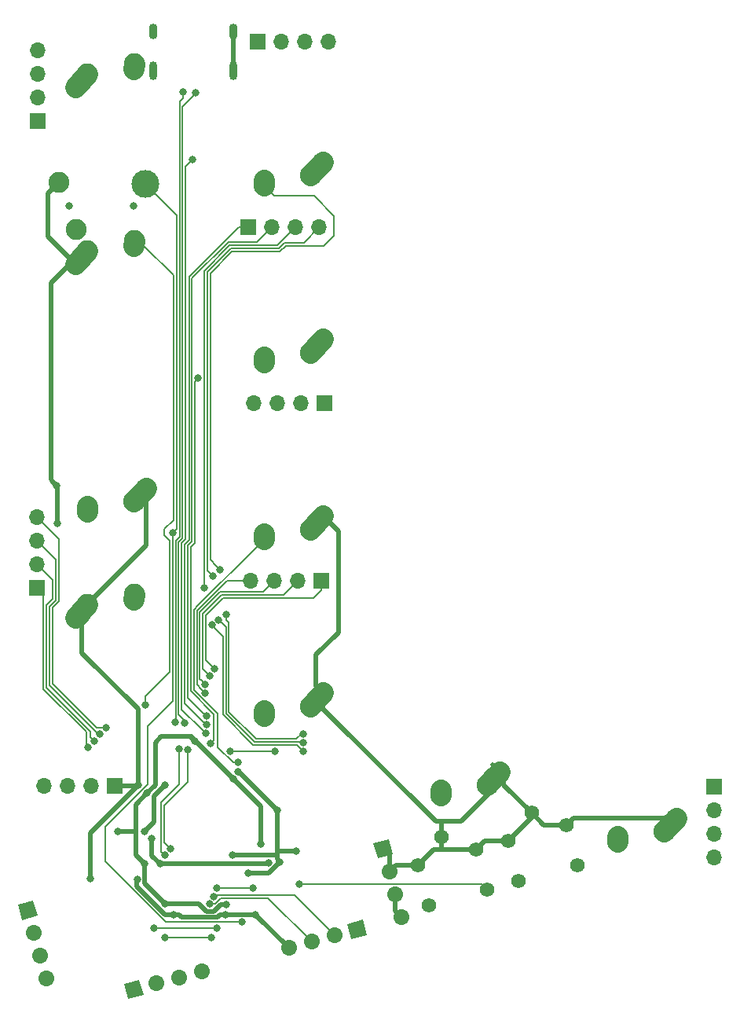
<source format=gbr>
G04 #@! TF.GenerationSoftware,KiCad,Pcbnew,(5.1.4)-1*
G04 #@! TF.CreationDate,2023-06-13T20:26:26-04:00*
G04 #@! TF.ProjectId,ThumbsUp,5468756d-6273-4557-902e-6b696361645f,rev?*
G04 #@! TF.SameCoordinates,Original*
G04 #@! TF.FileFunction,Copper,L1,Top*
G04 #@! TF.FilePolarity,Positive*
%FSLAX46Y46*%
G04 Gerber Fmt 4.6, Leading zero omitted, Abs format (unit mm)*
G04 Created by KiCad (PCBNEW (5.1.4)-1) date 2023-06-13 20:26:26*
%MOMM*%
%LPD*%
G04 APERTURE LIST*
%ADD10C,1.575000*%
%ADD11C,2.250000*%
%ADD12C,2.250000*%
%ADD13O,1.700000X1.700000*%
%ADD14R,1.700000X1.700000*%
%ADD15O,0.900000X1.700000*%
%ADD16O,0.900000X2.000000*%
%ADD17C,1.700000*%
%ADD18C,1.700000*%
%ADD19C,0.100000*%
%ADD20C,0.800000*%
%ADD21C,3.000000*%
%ADD22C,0.500000*%
%ADD23C,0.200000*%
G04 APERTURE END LIST*
D10*
X208727730Y-453955373D03*
X212451651Y-455281047D03*
X213623921Y-459625674D03*
X206176079Y-456974326D03*
X207348349Y-461318953D03*
D11*
X160862026Y-374300000D03*
X160207027Y-375030000D03*
D12*
X159552026Y-375760000D02*
X160862028Y-374300000D01*
D11*
X165902026Y-373220000D03*
X165882026Y-373510000D03*
D12*
X165862026Y-373800000D02*
X165902026Y-373220000D01*
D13*
X186830000Y-370860000D03*
X184290000Y-370860000D03*
X181750000Y-370860000D03*
D14*
X179210000Y-370860000D03*
D11*
X184912025Y-423410322D03*
X185567024Y-422680322D03*
D12*
X186222025Y-421950322D02*
X184912023Y-423410322D01*
D11*
X179872025Y-424490322D03*
X179892025Y-424200322D03*
D12*
X179912025Y-423910322D02*
X179872025Y-424490322D01*
D10*
X199027730Y-456555373D03*
X202751651Y-457881047D03*
X203923921Y-462225674D03*
X196476079Y-459574326D03*
X197648349Y-463918953D03*
D15*
X176595000Y-369810000D03*
X167955000Y-369810000D03*
D16*
X176595000Y-373980000D03*
X167955000Y-373980000D03*
D11*
X184912025Y-385300000D03*
X185567024Y-384570000D03*
D12*
X186222025Y-383840000D02*
X184912023Y-385300000D01*
D11*
X179872025Y-386380000D03*
X179892025Y-386090000D03*
D12*
X179912025Y-385800000D02*
X179872025Y-386380000D01*
D11*
X223012025Y-455960322D03*
X223667024Y-455230322D03*
D12*
X224322025Y-454500322D02*
X223012023Y-455960322D01*
D11*
X217972025Y-457040322D03*
X217992025Y-456750322D03*
D12*
X218012025Y-456460322D02*
X217972025Y-457040322D01*
D11*
X203962025Y-450960323D03*
X204617024Y-450230323D03*
D12*
X205272025Y-449500323D02*
X203962023Y-450960323D01*
D11*
X198922025Y-452040323D03*
X198942025Y-451750323D03*
D12*
X198962025Y-451460323D02*
X198922025Y-452040323D01*
D11*
X184912025Y-442460322D03*
X185567024Y-441730322D03*
D12*
X186222025Y-441000322D02*
X184912023Y-442460322D01*
D11*
X179872025Y-443540322D03*
X179892025Y-443250322D03*
D12*
X179912025Y-442960322D02*
X179872025Y-443540322D01*
D11*
X179892025Y-405150323D03*
D12*
X179912025Y-404860323D02*
X179872025Y-405440323D01*
D11*
X179872025Y-405440323D03*
X185567024Y-403630323D03*
D12*
X186222025Y-402900323D02*
X184912023Y-404360323D01*
D11*
X184912025Y-404360323D03*
X160862025Y-431460322D03*
X160207026Y-432190322D03*
D12*
X159552025Y-432920322D02*
X160862027Y-431460322D01*
D11*
X165902025Y-430380322D03*
X165882025Y-430670322D03*
D12*
X165862025Y-430960322D02*
X165902025Y-430380322D01*
D11*
X165862025Y-420410323D03*
X166517024Y-419680323D03*
D12*
X167172025Y-418950323D02*
X165862023Y-420410323D01*
D11*
X160822025Y-421490323D03*
X160842025Y-421200323D03*
D12*
X160862025Y-420910323D02*
X160822025Y-421490323D01*
D11*
X165882026Y-392570322D03*
D12*
X165862026Y-392860322D02*
X165902026Y-392280322D01*
D11*
X165902026Y-392280322D03*
X160207027Y-394090322D03*
D12*
X159552026Y-394820322D02*
X160862028Y-393360322D01*
D11*
X160862026Y-393360322D03*
D17*
X182551669Y-468482524D03*
D18*
X182551669Y-468482524D02*
X182551669Y-468482524D01*
D17*
X185005121Y-467825124D03*
D18*
X185005121Y-467825124D02*
X185005121Y-467825124D01*
D17*
X187458572Y-467167723D03*
D18*
X187458572Y-467167723D02*
X187458572Y-467167723D01*
D17*
X189912024Y-466510323D03*
D19*
G36*
X188870991Y-465909282D02*
G01*
X190513065Y-465469290D01*
X190953057Y-467111364D01*
X189310983Y-467551356D01*
X188870991Y-465909282D01*
X188870991Y-465909282D01*
G37*
D13*
X178436722Y-428957847D03*
X180976722Y-428957847D03*
X183516722Y-428957847D03*
D14*
X186056722Y-428957847D03*
D17*
X156391130Y-471814978D03*
D18*
X156391130Y-471814978D02*
X156391130Y-471814978D01*
D17*
X155733730Y-469361526D03*
D18*
X155733730Y-469361526D02*
X155733730Y-469361526D01*
D17*
X155076329Y-466908075D03*
D18*
X155076329Y-466908075D02*
X155076329Y-466908075D01*
D17*
X154418929Y-464454623D03*
D19*
G36*
X153817888Y-465495656D02*
G01*
X153377896Y-463853582D01*
X155019970Y-463413590D01*
X155459962Y-465055664D01*
X153817888Y-465495656D01*
X153817888Y-465495656D01*
G37*
D13*
X228412025Y-458730322D03*
X228412025Y-456190322D03*
X228412025Y-453650322D03*
D14*
X228412025Y-451110322D03*
D13*
X155412019Y-422110280D03*
X155412019Y-424650280D03*
X155412019Y-427190280D03*
D14*
X155412019Y-429730280D03*
D13*
X178739012Y-409842011D03*
X181279012Y-409842011D03*
X183819012Y-409842011D03*
D14*
X186359012Y-409842011D03*
D13*
X155458726Y-371760794D03*
X155458726Y-374300794D03*
X155458726Y-376840794D03*
D14*
X155458726Y-379380794D03*
D13*
X156195921Y-451084972D03*
X158735921Y-451084972D03*
X161275921Y-451084972D03*
D14*
X163815921Y-451084972D03*
D17*
X194698626Y-465168258D03*
D18*
X194698626Y-465168258D02*
X194698626Y-465168258D01*
D17*
X194041226Y-462714806D03*
D18*
X194041226Y-462714806D02*
X194041226Y-462714806D01*
D17*
X193383825Y-460261355D03*
D18*
X193383825Y-460261355D02*
X193383825Y-460261355D01*
D17*
X192726425Y-457807903D03*
D19*
G36*
X192125384Y-458848936D02*
G01*
X191685392Y-457206862D01*
X193327466Y-456766870D01*
X193767458Y-458408944D01*
X192125384Y-458848936D01*
X192125384Y-458848936D01*
G37*
D20*
X165850000Y-388575000D03*
X158850000Y-388575000D03*
D11*
X159650000Y-391100000D03*
D21*
X167050000Y-386175000D03*
D11*
X157750000Y-386050000D03*
D13*
X185832025Y-390860322D03*
X183292025Y-390860322D03*
X180752025Y-390860322D03*
D14*
X178212025Y-390860322D03*
D17*
X173212025Y-471010322D03*
D18*
X173212025Y-471010322D02*
X173212025Y-471010322D01*
D17*
X170758573Y-471667722D03*
D18*
X170758573Y-471667722D02*
X170758573Y-471667722D01*
D17*
X168305122Y-472325123D03*
D18*
X168305122Y-472325123D02*
X168305122Y-472325123D01*
D17*
X165851670Y-472982523D03*
D19*
G36*
X164810637Y-472381482D02*
G01*
X166452711Y-471941490D01*
X166892703Y-473583564D01*
X165250629Y-474023556D01*
X164810637Y-472381482D01*
X164810637Y-472381482D01*
G37*
D20*
X168674981Y-459425019D03*
X167792990Y-456752990D03*
X180411146Y-459317264D03*
X174047144Y-463784900D03*
X174450000Y-462950000D03*
X169800213Y-457838858D03*
X171671824Y-447147929D03*
X169182472Y-458530050D03*
X170750000Y-447050000D03*
X171325000Y-444250000D03*
X172525000Y-376350000D03*
X170275000Y-444150000D03*
X171125000Y-376325002D03*
X161160000Y-461050000D03*
X178225000Y-460450000D03*
X157600000Y-422799994D03*
X157524999Y-418674999D03*
X166325000Y-450975000D03*
X181584199Y-459261643D03*
X177072383Y-449550800D03*
X181283820Y-453678953D03*
X183325000Y-458050000D03*
X169200000Y-451000000D03*
X167000000Y-455975990D03*
X170150000Y-464900000D03*
X166223005Y-461126995D03*
X178969145Y-464900000D03*
X176477000Y-458523000D03*
X175729995Y-464899995D03*
X170043126Y-423774993D03*
X177504000Y-465700000D03*
X160900000Y-446900000D03*
X174200000Y-467400000D03*
X169250000Y-467400000D03*
X161591611Y-446182728D03*
X162167727Y-445456476D03*
X162829392Y-444807206D03*
X173530377Y-441025984D03*
X173563055Y-440099549D03*
X174020492Y-439172764D03*
X174558538Y-438417875D03*
X167100000Y-442300000D03*
X174100000Y-446500000D03*
X172798968Y-407100000D03*
X177124994Y-448550000D03*
X181041067Y-447294144D03*
X176255856Y-447294144D03*
X167282347Y-451832345D03*
X172443578Y-446206420D03*
X176561463Y-450324306D03*
X169200000Y-463750000D03*
X167000006Y-459450000D03*
X164100000Y-456000004D03*
X175805871Y-463818898D03*
X179518356Y-457318356D03*
X183725000Y-461600000D03*
X173662334Y-444463506D03*
X173672990Y-443536556D03*
X184129840Y-447326532D03*
X174251142Y-433725012D03*
X173420980Y-429750000D03*
X174971795Y-433141909D03*
X184099996Y-446400000D03*
X174350000Y-428430000D03*
X173571828Y-445386090D03*
X172175000Y-383600000D03*
X174827000Y-462075000D03*
X175800000Y-432600000D03*
X178725000Y-462075000D03*
X175140000Y-427740000D03*
X184100000Y-445472999D03*
X168050000Y-466350000D03*
X174829010Y-466350000D03*
D22*
X168674981Y-459425019D02*
X180303391Y-459425019D01*
X167792990Y-456752990D02*
X167792990Y-458543028D01*
X167792990Y-458543028D02*
X168674981Y-459425019D01*
X180303391Y-459425019D02*
X180411146Y-459317264D01*
D23*
X175224258Y-463152011D02*
X174591369Y-463784900D01*
X174591369Y-463784900D02*
X174047144Y-463784900D01*
X180332008Y-463152011D02*
X175224258Y-463152011D01*
X185005121Y-467825124D02*
X180332008Y-463152011D01*
X182749038Y-462852002D02*
X182722036Y-462825000D01*
X183142851Y-462852002D02*
X182749038Y-462852002D01*
X187458572Y-467167723D02*
X183142851Y-462852002D01*
X182722036Y-462825000D02*
X174575000Y-462825000D01*
X174575000Y-462825000D02*
X174450000Y-462950000D01*
X171671824Y-450653176D02*
X171671824Y-447147929D01*
X169800213Y-457838858D02*
X169125000Y-457163645D01*
X169125000Y-457163645D02*
X169125000Y-453200000D01*
X169125000Y-453200000D02*
X171671824Y-450653176D01*
X170750000Y-450900000D02*
X170750000Y-447050000D01*
X168782473Y-452867527D02*
X170750000Y-450900000D01*
X169182472Y-458530050D02*
X168782473Y-458130051D01*
X168782473Y-458130051D02*
X168782473Y-452867527D01*
X171104022Y-424346131D02*
X171104022Y-377916978D01*
X170681033Y-443350033D02*
X170681033Y-424769115D01*
X171104022Y-377916978D02*
X172525000Y-376496000D01*
X172525000Y-376496000D02*
X172525000Y-376350000D01*
X171325000Y-444250000D02*
X171325000Y-443994000D01*
X170681033Y-424769115D02*
X171104022Y-424346131D01*
X171325000Y-443994000D02*
X170681033Y-443350033D01*
X170354022Y-444070978D02*
X170354022Y-424904566D01*
X170777011Y-424210678D02*
X170777011Y-377307989D01*
X170354022Y-424904566D02*
X170354024Y-424633660D01*
X171125000Y-376890687D02*
X171125000Y-376325002D01*
X170354024Y-424633660D02*
X170777011Y-424210678D01*
X170777011Y-377307989D02*
X171125000Y-376960000D01*
X171125000Y-376960000D02*
X171125000Y-376890687D01*
X170275000Y-444150000D02*
X170354022Y-444070978D01*
D22*
X167172025Y-425150322D02*
X159552025Y-432770322D01*
X159552025Y-432770322D02*
X159552025Y-432920322D01*
X167172025Y-418950323D02*
X167172025Y-425150322D01*
X166300000Y-450950000D02*
X166300000Y-442730000D01*
X156625001Y-387174999D02*
X156625001Y-391893297D01*
X194041226Y-462714806D02*
X194041226Y-464510858D01*
X193383825Y-460261355D02*
X193383825Y-458465303D01*
X166325000Y-450975000D02*
X161160000Y-456140000D01*
X161160000Y-460484315D02*
X161160000Y-461050000D01*
X161160000Y-456140000D02*
X161160000Y-460484315D01*
X166300000Y-442730000D02*
X160270000Y-436700000D01*
X160270000Y-433643337D02*
X160862025Y-433051312D01*
X160862025Y-433051312D02*
X160862025Y-431460322D01*
X156625001Y-391893297D02*
X159552026Y-394820322D01*
X194070854Y-459574326D02*
X193383825Y-460261355D01*
X198878953Y-457881047D02*
X198169358Y-457881047D01*
X166325000Y-450975000D02*
X166300000Y-450950000D01*
X193383825Y-458465303D02*
X192726425Y-457807903D01*
X157750000Y-386050000D02*
X156625001Y-387174999D01*
X176595000Y-373980000D02*
X176595000Y-369810000D01*
X202751651Y-457881047D02*
X198878953Y-457881047D01*
X160270000Y-436700000D02*
X160270000Y-433643337D01*
X194041226Y-464510858D02*
X194698626Y-465168258D01*
X196476079Y-459574326D02*
X194070854Y-459574326D01*
X208727730Y-453955373D02*
X208727730Y-454422675D01*
X208727730Y-454422675D02*
X206176079Y-456974326D01*
X224322025Y-454500322D02*
X224315251Y-454493548D01*
X224315251Y-454493548D02*
X213239150Y-454493548D01*
X199027730Y-456555373D02*
X199027730Y-457732270D01*
X199027730Y-457732270D02*
X198878953Y-457881047D01*
X198169358Y-457881047D02*
X196476079Y-459574326D01*
X206176079Y-456974326D02*
X203658372Y-456974326D01*
X203658372Y-456974326D02*
X202751651Y-457881047D01*
X212451651Y-455281047D02*
X210053404Y-455281047D01*
X213239150Y-454493548D02*
X212451651Y-455281047D01*
X210053404Y-455281047D02*
X208727730Y-453955373D01*
X158969064Y-394820322D02*
X156900001Y-396889385D01*
X157125000Y-418275000D02*
X157524999Y-418674999D01*
X205732680Y-450960323D02*
X205732680Y-449960978D01*
X204500000Y-448728298D02*
X205272025Y-449500323D01*
X156900001Y-396889385D02*
X156900001Y-418050001D01*
X159552026Y-394820322D02*
X158969064Y-394820322D01*
X199027730Y-454972270D02*
X199027730Y-456555373D01*
X187900000Y-423628297D02*
X186222025Y-421950322D01*
X185500000Y-440278297D02*
X185500000Y-436900000D01*
X205272025Y-449500323D02*
X205272025Y-450727975D01*
X205732680Y-449960978D02*
X205272025Y-449500323D01*
X186222025Y-441000322D02*
X185500000Y-440278297D01*
X156900001Y-418050001D02*
X157125000Y-418275000D01*
X157600000Y-418750000D02*
X157600000Y-422234309D01*
X199100000Y-454900000D02*
X198400000Y-454900000D01*
X199100000Y-454900000D02*
X199027730Y-454972270D01*
X198400000Y-454900000D02*
X185960322Y-442460322D01*
X187900000Y-434500000D02*
X187900000Y-423628297D01*
X157600000Y-422234309D02*
X157600000Y-422799994D01*
X185960322Y-442460322D02*
X184912025Y-442460322D01*
X205272025Y-450727975D02*
X201100000Y-454900000D01*
X201100000Y-454900000D02*
X199100000Y-454900000D01*
X208727730Y-453955373D02*
X205732680Y-450960323D01*
X186222025Y-441000322D02*
X186621703Y-441400000D01*
X185500000Y-436900000D02*
X187900000Y-434500000D01*
X171004597Y-465188912D02*
X174875393Y-465188912D01*
X181283820Y-453678953D02*
X177155667Y-449550800D01*
X180395842Y-460450000D02*
X181584199Y-459261643D01*
X170150000Y-464900000D02*
X170715685Y-464900000D01*
X181283820Y-458961264D02*
X181584199Y-459261643D01*
X159552025Y-432920322D02*
X159320024Y-432688321D01*
X166215028Y-451084972D02*
X166325000Y-450975000D01*
X181283820Y-453678953D02*
X181283820Y-458961264D01*
X181283820Y-458166180D02*
X181283820Y-458441180D01*
X181200000Y-458525000D02*
X176479000Y-458525000D01*
X176479000Y-458525000D02*
X176477000Y-458523000D01*
X181283820Y-458441180D02*
X181200000Y-458525000D01*
X178225000Y-460450000D02*
X180395842Y-460450000D01*
X168059348Y-452140652D02*
X169200000Y-451000000D01*
X170715685Y-464900000D02*
X171004597Y-465188912D01*
X174875393Y-465188912D02*
X175164310Y-464899995D01*
X175164310Y-464899995D02*
X175729995Y-464899995D01*
X168059348Y-454916642D02*
X168059348Y-452140652D01*
X163815921Y-451084972D02*
X166215028Y-451084972D01*
X167172025Y-418950323D02*
X166550000Y-418328298D01*
X167000000Y-455975990D02*
X168059348Y-454916642D01*
X160125000Y-433493297D02*
X159552025Y-432920322D01*
X160150000Y-376357974D02*
X159552026Y-375760000D01*
X177155667Y-449550800D02*
X177072383Y-449550800D01*
X166200000Y-461899962D02*
X166200000Y-461150000D01*
X169200038Y-464900000D02*
X166200000Y-461899962D01*
X178969145Y-464900000D02*
X175730000Y-464900000D01*
X175730000Y-464900000D02*
X175729995Y-464899995D01*
X178969145Y-464900000D02*
X182551669Y-468482524D01*
X166200000Y-461150000D02*
X166223005Y-461126995D01*
X170150000Y-464900000D02*
X169200038Y-464900000D01*
X181417640Y-458050000D02*
X183325000Y-458050000D01*
X181283820Y-457916180D02*
X181417640Y-458050000D01*
D23*
X162775000Y-455452964D02*
X167322990Y-450904974D01*
X167322990Y-450904974D02*
X167322990Y-444627010D01*
X170027011Y-423747989D02*
X170050000Y-423725000D01*
X169325444Y-465700000D02*
X162775000Y-459149556D01*
X170027011Y-441922989D02*
X170027011Y-423747989D01*
X170050000Y-423725000D02*
X170050000Y-423768119D01*
X176400000Y-465650000D02*
X176350000Y-465700000D01*
X176350000Y-465700000D02*
X177504000Y-465700000D01*
X162775000Y-459149556D02*
X162775000Y-455452964D01*
X167322990Y-444627010D02*
X170027011Y-441922989D01*
X170450000Y-423325000D02*
X170450000Y-389575000D01*
X170050000Y-423768119D02*
X170043126Y-423774993D01*
X177504000Y-465700000D02*
X169325444Y-465700000D01*
X170050000Y-423725000D02*
X170450000Y-423325000D01*
X170450000Y-389575000D02*
X167050000Y-386175000D01*
X174200000Y-467400000D02*
X169250000Y-467400000D01*
X156100000Y-440600000D02*
X160700000Y-445200000D01*
X160700000Y-445200000D02*
X160700000Y-446700000D01*
X156100000Y-430418261D02*
X156100000Y-440600000D01*
X155412019Y-429730280D02*
X156100000Y-430418261D01*
X160700000Y-446700000D02*
X160900000Y-446900000D01*
X161191612Y-445229150D02*
X161191612Y-445782729D01*
X157100000Y-428878261D02*
X157100000Y-430900000D01*
X155412019Y-427190280D02*
X157100000Y-428878261D01*
X157100000Y-430900000D02*
X156427011Y-431572989D01*
X156427011Y-431572989D02*
X156427011Y-440464549D01*
X156427011Y-440464549D02*
X161191612Y-445229150D01*
X161191612Y-445782729D02*
X161591611Y-446182728D01*
X161994013Y-445456476D02*
X162167727Y-445456476D01*
X157427010Y-426665271D02*
X157427010Y-431035453D01*
X156754022Y-440216485D02*
X161994013Y-445456476D01*
X155412019Y-424650280D02*
X157427010Y-426665271D01*
X157427010Y-431035453D02*
X156754022Y-431708438D01*
X156754022Y-431708438D02*
X156754022Y-440216485D01*
X155412019Y-422110280D02*
X157754021Y-424452282D01*
X161807206Y-444807206D02*
X162829392Y-444807206D01*
X157754021Y-424452282D02*
X157754021Y-431170905D01*
X157081033Y-431843890D02*
X157081033Y-440081033D01*
X157754021Y-431170905D02*
X157081033Y-431843890D01*
X157081033Y-440081033D02*
X161807206Y-444807206D01*
X175879764Y-428957847D02*
X172643099Y-432194512D01*
X172643099Y-432194512D02*
X172643099Y-440138706D01*
X173130378Y-440625985D02*
X173530377Y-441025984D01*
X172643099Y-440138706D02*
X173130378Y-440625985D01*
X178436722Y-428957847D02*
X175879764Y-428957847D01*
X172970110Y-439506604D02*
X173163056Y-439699550D01*
X173163056Y-439699550D02*
X173563055Y-440099549D01*
X179763591Y-430170978D02*
X175129096Y-430170978D01*
X180976722Y-428957847D02*
X179763591Y-430170978D01*
X175129096Y-430170978D02*
X172970110Y-432329964D01*
X172970110Y-432329964D02*
X172970110Y-439506604D01*
X181976580Y-430497989D02*
X175339548Y-430497989D01*
X175339548Y-430497989D02*
X173297121Y-432540416D01*
X173297121Y-438449393D02*
X173620493Y-438772765D01*
X173620493Y-438772765D02*
X174020492Y-439172764D01*
X183516722Y-428957847D02*
X181976580Y-430497989D01*
X173297121Y-432540416D02*
X173297121Y-438449393D01*
X175475000Y-430825000D02*
X173624132Y-432675868D01*
X186056722Y-428957847D02*
X186056722Y-430007847D01*
X173624132Y-432675868D02*
X173624132Y-437483469D01*
X173624132Y-437483469D02*
X174158539Y-438017876D01*
X174158539Y-438017876D02*
X174558538Y-438417875D01*
X186056722Y-430007847D02*
X185239569Y-430825000D01*
X185239569Y-430825000D02*
X175475000Y-430825000D01*
X170100000Y-396000000D02*
X170100000Y-422400000D01*
X165862026Y-392860322D02*
X166960322Y-392860322D01*
X169700000Y-438800002D02*
X167100000Y-441400002D01*
X169164000Y-424064000D02*
X169700000Y-424600000D01*
X166960322Y-392860322D02*
X170100000Y-396000000D01*
X169164000Y-423336000D02*
X169164000Y-424064000D01*
X170100000Y-422400000D02*
X169164000Y-423336000D01*
X167100000Y-441734315D02*
X167100000Y-442300000D01*
X169700000Y-424600000D02*
X169700000Y-438800002D01*
X167100000Y-441400002D02*
X167100000Y-441734315D01*
X172452011Y-407491957D02*
X172452011Y-424847989D01*
X171989077Y-440834806D02*
X174499999Y-443345728D01*
X174499999Y-443345728D02*
X174499999Y-446100001D01*
X171989077Y-425310923D02*
X171989077Y-440834806D01*
X172843968Y-407100000D02*
X172452011Y-407491957D01*
X174499999Y-446100001D02*
X174100000Y-446500000D01*
X172452011Y-424847989D02*
X171989077Y-425310923D01*
X172779022Y-431583325D02*
X178747026Y-425615321D01*
X177124994Y-448550000D02*
X176559309Y-448550000D01*
X176559309Y-448550000D02*
X174900000Y-446890691D01*
X172316088Y-440699354D02*
X172316088Y-432059060D01*
X178747026Y-425615321D02*
X179872025Y-424490322D01*
X172316088Y-432059060D02*
X172779022Y-431596126D01*
X174900000Y-443283266D02*
X172316088Y-440699354D01*
X172779022Y-431596126D02*
X172779022Y-431583325D01*
X174900000Y-446890691D02*
X174900000Y-443283266D01*
X179872025Y-443677975D02*
X179872025Y-443540322D01*
X176255856Y-447294144D02*
X181041067Y-447294144D01*
D22*
X168824980Y-445725000D02*
X168174999Y-446374981D01*
X168174999Y-450939693D02*
X167282347Y-451832345D01*
X166075000Y-456000000D02*
X166074996Y-456000004D01*
X179518356Y-457318356D02*
X179518356Y-453281199D01*
X166075000Y-453039692D02*
X167282347Y-451832345D01*
X172043579Y-445756421D02*
X172043579Y-445806421D01*
X173674183Y-464561901D02*
X174497183Y-464561901D01*
X167000006Y-459450000D02*
X166075000Y-458524994D01*
X179518356Y-453281199D02*
X176561463Y-450324306D01*
X166075000Y-458524994D02*
X166075000Y-453039692D01*
X175240186Y-463818898D02*
X175805871Y-463818898D01*
X168174999Y-446374981D02*
X168174999Y-450939693D01*
X172075000Y-445725000D02*
X168824980Y-445725000D01*
X166074996Y-456000004D02*
X164100000Y-456000004D01*
X172075000Y-445725000D02*
X172075000Y-445837843D01*
X172043579Y-445806421D02*
X172443578Y-446206420D01*
X172075000Y-445725000D02*
X172043579Y-445756421D01*
X174497183Y-464561901D02*
X175240186Y-463818898D01*
X172862282Y-463750000D02*
X173674183Y-464561901D01*
X169200000Y-463750000D02*
X172862282Y-463750000D01*
X172075000Y-445837843D02*
X176561463Y-450324306D01*
X169200000Y-463750000D02*
X167000006Y-461550006D01*
X167000006Y-461550006D02*
X167000006Y-459450000D01*
D23*
X203298247Y-461600000D02*
X203923921Y-462225674D01*
X183725000Y-461600000D02*
X203298247Y-461600000D01*
X178212025Y-390860322D02*
X177162025Y-390860322D01*
X171335055Y-442136227D02*
X173262335Y-444063507D01*
X173262335Y-444063507D02*
X173662334Y-444463506D01*
X171797989Y-396224358D02*
X171797989Y-424577088D01*
X171335055Y-425040019D02*
X171335055Y-442136227D01*
X171797989Y-424577088D02*
X171335055Y-425040019D01*
X177162025Y-390860322D02*
X171797989Y-396224358D01*
X171662066Y-441525632D02*
X173272991Y-443136557D01*
X176025000Y-392487611D02*
X172125000Y-396387611D01*
X179124736Y-392487611D02*
X176025000Y-392487611D01*
X171662066Y-425175471D02*
X171662066Y-441525632D01*
X173272991Y-443136557D02*
X173672990Y-443536556D01*
X180752025Y-390860322D02*
X179124736Y-392487611D01*
X172125000Y-424712538D02*
X171662066Y-425175471D01*
X172125000Y-396387611D02*
X172125000Y-424712538D01*
X181337725Y-392814622D02*
X176160452Y-392814622D01*
X173425978Y-428541865D02*
X173420980Y-428546863D01*
X176160452Y-392814622D02*
X173425978Y-395549096D01*
X173425978Y-395549096D02*
X173425978Y-428541865D01*
X173420980Y-429184315D02*
X173420980Y-429750000D01*
X173420980Y-428546863D02*
X173420980Y-429184315D01*
X183292025Y-390860322D02*
X181337725Y-392814622D01*
X175445978Y-434919848D02*
X174651141Y-434125011D01*
X184129840Y-447326532D02*
X183457330Y-446654022D01*
X174651141Y-434125011D02*
X174251142Y-433725012D01*
X183457330Y-446654022D02*
X178729096Y-446654022D01*
X178729096Y-446654022D02*
X175445978Y-443370904D01*
X175445978Y-443370904D02*
X175445978Y-434919848D01*
X185832025Y-390860322D02*
X184165338Y-392527009D01*
X173752989Y-427832989D02*
X173950001Y-428030001D01*
X173950001Y-428030001D02*
X174350000Y-428430000D01*
X181473177Y-393141633D02*
X176295904Y-393141633D01*
X176295904Y-393141633D02*
X173752989Y-395684548D01*
X182087801Y-392527009D02*
X181473177Y-393141633D01*
X173752989Y-395684548D02*
X173752989Y-427832989D01*
X184165338Y-392527009D02*
X182087801Y-392527009D01*
X175371794Y-433541908D02*
X174971795Y-433141909D01*
X178864548Y-446327011D02*
X175772989Y-443235452D01*
X184027007Y-446327011D02*
X178864548Y-446327011D01*
X175772989Y-443235452D02*
X175772989Y-433943103D01*
X184099996Y-446400000D02*
X184027007Y-446327011D01*
X175772989Y-433943103D02*
X175371794Y-433541908D01*
X171431033Y-424481582D02*
X171008044Y-424904567D01*
X173171829Y-444986091D02*
X173571828Y-445386090D01*
X171008044Y-442822306D02*
X173171829Y-444986091D01*
X171431033Y-384343967D02*
X171431033Y-424481582D01*
X172175000Y-383600000D02*
X171431033Y-384343967D01*
X171008044Y-424904567D02*
X171008044Y-442822306D01*
X174080000Y-426680000D02*
X174740001Y-427340001D01*
X180997024Y-387504999D02*
X185254999Y-387504999D01*
X187400000Y-391800000D02*
X186345980Y-392854020D01*
X182223253Y-392854020D02*
X181608629Y-393468644D01*
X174080000Y-395820000D02*
X174080000Y-426680000D01*
X187400000Y-389650000D02*
X187400000Y-391800000D01*
X185254999Y-387504999D02*
X187400000Y-389650000D01*
X179872025Y-386380000D02*
X180997024Y-387504999D01*
X174740001Y-427340001D02*
X175140000Y-427740000D01*
X181608629Y-393468644D02*
X176431356Y-393468644D01*
X176431356Y-393468644D02*
X174080000Y-395820000D01*
X186345980Y-392854020D02*
X182223253Y-392854020D01*
X183913501Y-445472999D02*
X184100000Y-445472999D01*
X175800000Y-433165685D02*
X176100000Y-433465685D01*
X176100000Y-433465685D02*
X176100000Y-443100000D01*
X179000000Y-446000000D02*
X183386500Y-446000000D01*
X175800000Y-432600000D02*
X175800000Y-433165685D01*
X174827000Y-462075000D02*
X178725000Y-462075000D01*
X183386500Y-446000000D02*
X183913501Y-445472999D01*
X176100000Y-443100000D02*
X179000000Y-446000000D01*
X168050000Y-466350000D02*
X174829010Y-466350000D01*
M02*

</source>
